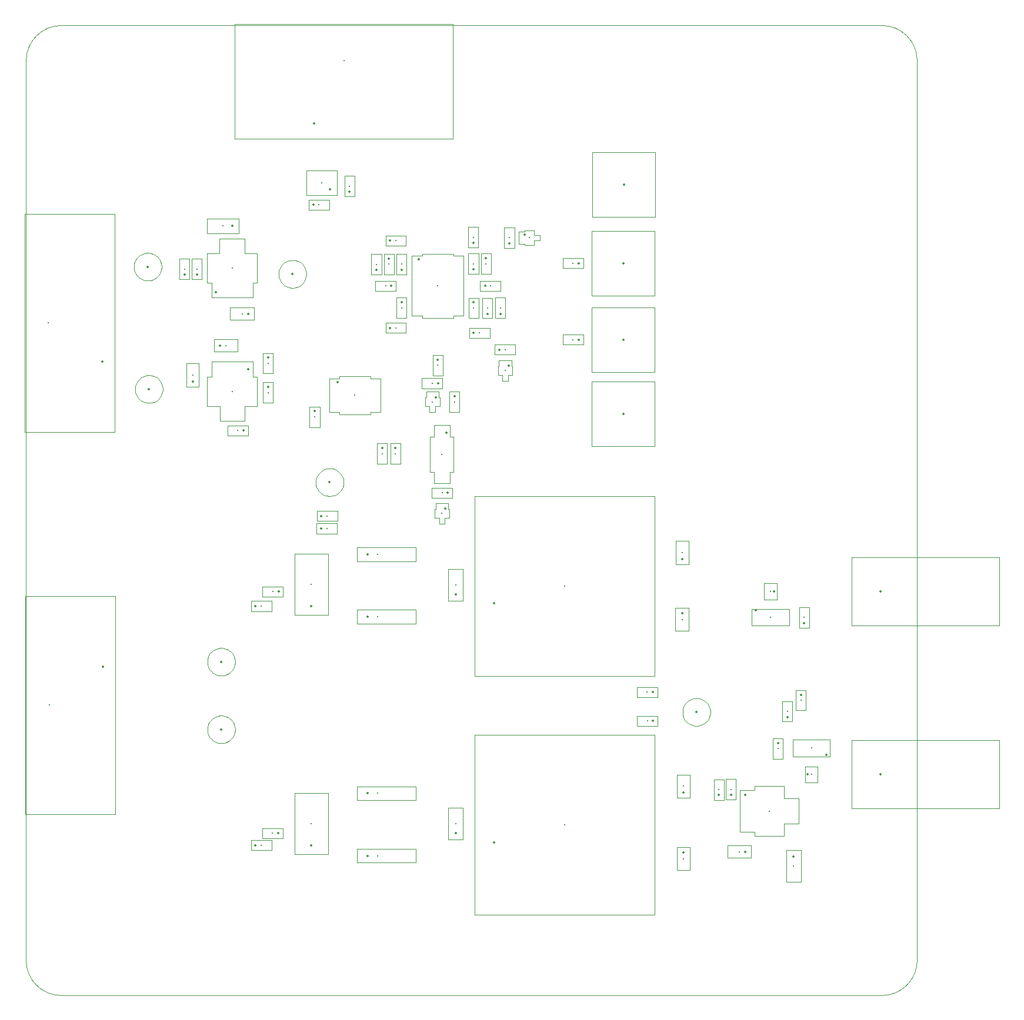
<source format=gbr>
%TF.GenerationSoftware,KiCad,Pcbnew,9.0.3*%
%TF.CreationDate,2025-09-17T10:52:19-04:00*%
%TF.ProjectId,4_COLD_TPC_SiPM_Pre_Amp,345f434f-4c44-45f5-9450-435f5369504d,rev?*%
%TF.SameCoordinates,Original*%
%TF.FileFunction,Component,L1,Top*%
%TF.FilePolarity,Positive*%
%FSLAX46Y46*%
G04 Gerber Fmt 4.6, Leading zero omitted, Abs format (unit mm)*
G04 Created by KiCad (PCBNEW 9.0.3) date 2025-09-17 10:52:19*
%MOMM*%
%LPD*%
G01*
G04 APERTURE LIST*
%TA.AperFunction,ComponentMain*%
%ADD10C,0.300000*%
%TD*%
%TA.AperFunction,ComponentOutline,Courtyard*%
%ADD11C,0.100000*%
%TD*%
%TA.AperFunction,ComponentPin*%
%ADD12P,0.360000X4X0.000000*%
%TD*%
%TA.AperFunction,ComponentPin*%
%ADD13C,0.100000*%
%TD*%
%TA.AperFunction,ComponentOutline,Footprint*%
%ADD14C,0.100000*%
%TD*%
%TA.AperFunction,Profile*%
%ADD15C,0.050000*%
%TD*%
G04 APERTURE END LIST*
D10*
%TO.C,C1*%
%TO.CFtp,C_0603_1608Metric*%
%TO.CVal,0.1uF*%
%TO.CLbN,Capacitor_SMD*%
%TO.CMnt,SMD*%
%TO.CRot,-90*%
X235240000Y-152390000D03*
D11*
X235965000Y-150915000D02*
X235965000Y-153865000D01*
X234515000Y-153865000D01*
X234515000Y-150915000D01*
X235965000Y-150915000D01*
D12*
%TO.P,C1,1*%
X235240000Y-151615000D03*
D13*
%TO.P,C1,2*%
X235240000Y-153165000D03*
%TD*%
D10*
%TO.C,C3*%
%TO.CFtp,CP_EIA-2012-12_Kemet-R*%
%TO.CVal,1uF*%
%TO.CLbN,Capacitor_Tantalum_SMD*%
%TO.CMnt,SMD*%
%TO.CRot,180*%
X229637500Y-167241400D03*
D11*
X231332500Y-166366400D02*
X231332500Y-168116400D01*
X227942500Y-168116400D01*
X227942500Y-166366400D01*
X231332500Y-166366400D01*
D12*
%TO.P,C3,1*%
X230525000Y-167241400D03*
D13*
%TO.P,C3,2*%
X228750000Y-167241400D03*
%TD*%
D10*
%TO.C,C4*%
%TO.CFtp,C_0603_1608Metric*%
%TO.CVal,0.1uF*%
%TO.CLbN,Capacitor_SMD*%
%TO.CMnt,SMD*%
%TO.CRot,90*%
X226730000Y-158311400D03*
D11*
X227455000Y-156836400D02*
X227455000Y-159786400D01*
X226005000Y-159786400D01*
X226005000Y-156836400D01*
X227455000Y-156836400D01*
D12*
%TO.P,C4,1*%
X226730000Y-159086400D03*
D13*
%TO.P,C4,2*%
X226730000Y-157536400D03*
%TD*%
D10*
%TO.C,C5*%
%TO.CFtp,CP_EIA-3216-18_Kemet-A*%
%TO.CVal,2.2uF*%
%TO.CLbN,Capacitor_Tantalum_SMD*%
%TO.CMnt,SMD*%
%TO.CRot,-90*%
X237480000Y-169300000D03*
D11*
X238525000Y-167005000D02*
X238525000Y-171595000D01*
X236435000Y-171595000D01*
X236435000Y-167005000D01*
X238525000Y-167005000D01*
D12*
%TO.P,C5,1*%
X237480000Y-167950000D03*
D13*
%TO.P,C5,2*%
X237480000Y-170650000D03*
%TD*%
D10*
%TO.C,C7*%
%TO.CFtp,CP_EIA-3216-12_Kemet-S*%
%TO.CVal,10uF*%
%TO.CLbN,Capacitor_Tantalum_SMD*%
%TO.CMnt,SMD*%
%TO.CRot,90*%
X188827500Y-163230000D03*
D11*
X189872500Y-160935000D02*
X189872500Y-165525000D01*
X187782500Y-165525000D01*
X187782500Y-160935000D01*
X189872500Y-160935000D01*
D12*
%TO.P,C7,1*%
X188827500Y-164580000D03*
D13*
%TO.P,C7,2*%
X188827500Y-161880000D03*
%TD*%
D10*
%TO.C,C12*%
%TO.CFtp,C_0603_1608Metric*%
%TO.CVal,0.1uF*%
%TO.CLbN,Capacitor_SMD*%
%TO.CMnt,SMD*%
%TO.CRot,180*%
X216408000Y-144272000D03*
D11*
X217883000Y-143547000D02*
X217883000Y-144997000D01*
X214933000Y-144997000D01*
X214933000Y-143547000D01*
X217883000Y-143547000D01*
D12*
%TO.P,C12,1*%
X217183000Y-144272000D03*
D13*
%TO.P,C12,2*%
X215633000Y-144272000D03*
%TD*%
D10*
%TO.C,C21*%
%TO.CFtp,C_0603_1608Metric*%
%TO.CVal,0.1uF*%
%TO.CLbN,Capacitor_SMD*%
%TO.CMnt,SMD*%
%TO.CRot,180*%
X216440000Y-148430000D03*
D11*
X217915000Y-147705000D02*
X217915000Y-149155000D01*
X214965000Y-149155000D01*
X214965000Y-147705000D01*
X217915000Y-147705000D01*
D12*
%TO.P,C21,1*%
X217215000Y-148430000D03*
D13*
%TO.P,C21,2*%
X215665000Y-148430000D03*
%TD*%
D10*
%TO.C,C26*%
%TO.CFtp,CP_EIA-3216-10_Kemet-I*%
%TO.CVal,2.2uF*%
%TO.CLbN,Capacitor_Tantalum_SMD*%
%TO.CMnt,SMD*%
%TO.CRot,180*%
X155337500Y-77115000D03*
D11*
X157632500Y-76070000D02*
X157632500Y-78160000D01*
X153042500Y-78160000D01*
X153042500Y-76070000D01*
X157632500Y-76070000D01*
D12*
%TO.P,C26,1*%
X156687500Y-77115000D03*
D13*
%TO.P,C26,2*%
X153987500Y-77115000D03*
%TD*%
D10*
%TO.C,C27*%
%TO.CFtp,C_0603_1608Metric*%
%TO.CVal,0.1uF*%
%TO.CLbN,Capacitor_SMD*%
%TO.CMnt,SMD*%
%TO.CRot,90*%
X173560000Y-71400000D03*
D11*
X174285000Y-69925000D02*
X174285000Y-72875000D01*
X172835000Y-72875000D01*
X172835000Y-69925000D01*
X174285000Y-69925000D01*
D12*
%TO.P,C27,1*%
X173560000Y-72175000D03*
D13*
%TO.P,C27,2*%
X173560000Y-70625000D03*
%TD*%
D10*
%TO.C,C28*%
%TO.CFtp,C_0603_1608Metric*%
%TO.CVal,0.1uF*%
%TO.CLbN,Capacitor_SMD*%
%TO.CMnt,SMD*%
%TO.CRot,180*%
X178739150Y-85760000D03*
D11*
X180214150Y-85035000D02*
X180214150Y-86485000D01*
X177264150Y-86485000D01*
X177264150Y-85035000D01*
X180214150Y-85035000D01*
D12*
%TO.P,C28,1*%
X179514150Y-85760000D03*
D13*
%TO.P,C28,2*%
X177964150Y-85760000D03*
%TD*%
D10*
%TO.C,C29*%
%TO.CFtp,C_0603_1608Metric*%
%TO.CVal,0.1uF*%
%TO.CLbN,Capacitor_SMD*%
%TO.CMnt,SMD*%
%TO.CRot,0*%
X193829150Y-85760000D03*
D11*
X195304150Y-85035000D02*
X195304150Y-86485000D01*
X192354150Y-86485000D01*
X192354150Y-85035000D01*
X195304150Y-85035000D01*
D12*
%TO.P,C29,1*%
X193054150Y-85760000D03*
D13*
%TO.P,C29,2*%
X194604150Y-85760000D03*
%TD*%
D10*
%TO.C,C30*%
%TO.CFtp,C_0603_1608Metric*%
%TO.CVal,0.1uF*%
%TO.CLbN,Capacitor_SMD*%
%TO.CMnt,SMD*%
%TO.CRot,90*%
X238990000Y-133530000D03*
D11*
X239715000Y-132055000D02*
X239715000Y-135005000D01*
X238265000Y-135005000D01*
X238265000Y-132055000D01*
X239715000Y-132055000D01*
D12*
%TO.P,C30,1*%
X238990000Y-134305000D03*
D13*
%TO.P,C30,2*%
X238990000Y-132755000D03*
%TD*%
D10*
%TO.C,C34*%
%TO.CFtp,CP_EIA-2012-12_Kemet-R*%
%TO.CVal,1uF*%
%TO.CLbN,Capacitor_Tantalum_SMD*%
%TO.CMnt,SMD*%
%TO.CRot,90*%
X150980000Y-98625000D03*
D11*
X151855000Y-96930000D02*
X151855000Y-100320000D01*
X150105000Y-100320000D01*
X150105000Y-96930000D01*
X151855000Y-96930000D01*
D12*
%TO.P,C34,1*%
X150980000Y-99512500D03*
D13*
%TO.P,C34,2*%
X150980000Y-97737500D03*
%TD*%
D10*
%TO.C,J4*%
%TO.CFtp,CONN_RF2-49B-T-00-50-G-HDW_ADM*%
%TO.CVal,RF2-49B-T-00-50-G-HDW*%
%TO.CLbN,Adam_Tech*%
%TO.CMnt,TH*%
%TO.CRot,-90*%
X250000000Y-156110000D03*
D11*
X267079432Y-151212800D02*
X267079432Y-161007200D01*
X245874569Y-161007200D01*
X245874569Y-151212800D01*
X267079432Y-151212800D01*
D12*
%TO.P,J4,1,SIGNAL*%
X250000000Y-156110000D03*
D13*
%TO.P,J4,5,GND*%
X252540000Y-158650000D03*
%TO.P,J4,4,GND*%
X247460000Y-158650000D03*
%TO.P,J4,3,GND*%
X247460000Y-153570000D03*
%TO.P,J4,2,GND*%
X252540000Y-153570000D03*
%TD*%
D10*
%TO.C,J5*%
%TO.CFtp,CONN_RF2-49B-T-00-50-G-HDW_ADM*%
%TO.CVal,RF2-49B-T-00-50-G-HDW*%
%TO.CLbN,Adam_Tech*%
%TO.CMnt,TH*%
%TO.CRot,-90*%
X250000000Y-129780000D03*
D11*
X267079432Y-124882800D02*
X267079432Y-134677200D01*
X245874569Y-134677200D01*
X245874569Y-124882800D01*
X267079432Y-124882800D01*
D12*
%TO.P,J5,1,SIGNAL*%
X250000000Y-129780000D03*
D13*
%TO.P,J5,5,GND*%
X252540000Y-132320000D03*
%TO.P,J5,4,GND*%
X247460000Y-132320000D03*
%TO.P,J5,3,GND*%
X247460000Y-127240000D03*
%TO.P,J5,2,GND*%
X252540000Y-127240000D03*
%TD*%
D10*
%TO.C,L1*%
%TO.CFtp,MLC7542-311MEC*%
%TO.CVal,1.5uH*%
%TO.CLbN,CoilCraft*%
%TO.CMnt,SMD*%
%TO.CRot,-90*%
X177617500Y-167830000D03*
D14*
X183117500Y-166830000D02*
X174617500Y-166830000D01*
X174617500Y-168830000D01*
X183117500Y-168830000D01*
X183117500Y-166830000D01*
D12*
%TO.P,L1,1,1*%
X176117500Y-167830000D03*
D13*
%TO.P,L1,2,2*%
X181617500Y-167830000D03*
%TD*%
D10*
%TO.C,L2*%
%TO.CFtp,MLC7542-311MEC*%
%TO.CVal,1.5uH*%
%TO.CLbN,CoilCraft*%
%TO.CMnt,SMD*%
%TO.CRot,-90*%
X177617500Y-158830000D03*
D14*
X183117500Y-157830000D02*
X174617500Y-157830000D01*
X174617500Y-159830000D01*
X183117500Y-159830000D01*
X183117500Y-157830000D01*
D12*
%TO.P,L2,1,1*%
X176117500Y-158830000D03*
D13*
%TO.P,L2,2,2*%
X181617500Y-158830000D03*
%TD*%
D10*
%TO.C,M2*%
%TO.CFtp,SSM_TOS*%
%TO.CVal,SSM3K15AFS_LF*%
%TO.CLbN,Toshiba_Semi*%
%TO.CMnt,SMD*%
%TO.CRot,180*%
X186860000Y-118540000D03*
D11*
X187759000Y-117035401D02*
X187759000Y-117891000D01*
X187909000Y-117891000D01*
X187909000Y-119189000D01*
X187259000Y-119189000D01*
X187259000Y-120044599D01*
X186461000Y-120044599D01*
X186461000Y-119189000D01*
X185811000Y-119189000D01*
X185811000Y-117891000D01*
X185961000Y-117891000D01*
X185961000Y-117035401D01*
X187759000Y-117035401D01*
D12*
%TO.P,M2,1,1*%
X187359999Y-117865000D03*
D13*
%TO.P,M2,3,3*%
X186860000Y-119215000D03*
%TO.P,M2,2,2*%
X186360001Y-117865000D03*
%TD*%
D10*
%TO.C,P1*%
%TO.CFtp,conn1_1-1123824-1_TEC*%
%TO.CVal,1-1123824-1*%
%TO.CLbN,TE_Connectivity*%
%TO.CMnt,TH*%
%TO.CRot,90*%
X212960000Y-93500000D03*
D11*
X217484000Y-88851001D02*
X217484000Y-98148999D01*
X208436000Y-98148999D01*
X208436000Y-88851001D01*
X217484000Y-88851001D01*
D12*
%TO.P,P1,1,1*%
X212960000Y-93500000D03*
D13*
%TO.P,P1,*%
X213720000Y-89850000D03*
X213720000Y-97170000D03*
%TD*%
D10*
%TO.C,P2*%
%TO.CFtp,conn1_1-1123824-1_TEC*%
%TO.CVal,1-1123824-1*%
%TO.CLbN,TE_Connectivity*%
%TO.CMnt,TH*%
%TO.CRot,90*%
X212960000Y-104170000D03*
D11*
X217484000Y-99521001D02*
X217484000Y-108818999D01*
X208436000Y-108818999D01*
X208436000Y-99521001D01*
X217484000Y-99521001D01*
D12*
%TO.P,P2,1,1*%
X212960000Y-104170000D03*
D13*
%TO.P,P2,*%
X213720000Y-100520000D03*
X213720000Y-107840000D03*
%TD*%
D10*
%TO.C,P3*%
%TO.CFtp,conn1_1-1123824-1_TEC*%
%TO.CVal,1-1123824-1*%
%TO.CLbN,TE_Connectivity*%
%TO.CMnt,TH*%
%TO.CRot,90*%
X212970000Y-82510000D03*
D11*
X217494000Y-77861001D02*
X217494000Y-87158999D01*
X208446000Y-87158999D01*
X208446000Y-77861001D01*
X217494000Y-77861001D01*
D12*
%TO.P,P3,1,1*%
X212970000Y-82510000D03*
D13*
%TO.P,P3,*%
X213730000Y-78860000D03*
X213730000Y-86180000D03*
%TD*%
D10*
%TO.C,P4*%
%TO.CFtp,conn1_1-1123824-1_TEC*%
%TO.CVal,1-1123824-1*%
%TO.CLbN,TE_Connectivity*%
%TO.CMnt,TH*%
%TO.CRot,90*%
X213060000Y-71180000D03*
D11*
X217584000Y-66531001D02*
X217584000Y-75828999D01*
X208536000Y-75828999D01*
X208536000Y-66531001D01*
X217584000Y-66531001D01*
D12*
%TO.P,P4,1,1*%
X213060000Y-71180000D03*
D13*
%TO.P,P4,*%
X213820000Y-67530000D03*
X213820000Y-74850000D03*
%TD*%
D10*
%TO.C,R3*%
%TO.CFtp,R_0603_1608Metric*%
%TO.CVal,250k*%
%TO.CLbN,Resistor_SMD*%
%TO.CMnt,SMD*%
%TO.CRot,90*%
X228470000Y-158261400D03*
D11*
X229195000Y-156786400D02*
X229195000Y-159736400D01*
X227745000Y-159736400D01*
X227745000Y-156786400D01*
X229195000Y-156786400D01*
D12*
%TO.P,R3,1*%
X228470000Y-159086400D03*
D13*
%TO.P,R3,2*%
X228470000Y-157436400D03*
%TD*%
D10*
%TO.C,R8*%
%TO.CFtp,R_0603_1608Metric*%
%TO.CVal,10k*%
%TO.CLbN,Resistor_SMD*%
%TO.CMnt,SMD*%
%TO.CRot,0*%
X170300000Y-120700000D03*
D11*
X171775000Y-119975000D02*
X171775000Y-121425000D01*
X168825000Y-121425000D01*
X168825000Y-119975000D01*
X171775000Y-119975000D01*
D12*
%TO.P,R8,1*%
X169475000Y-120700000D03*
D13*
%TO.P,R8,2*%
X171125000Y-120700000D03*
%TD*%
D10*
%TO.C,R14*%
%TO.CFtp,R_0603_1608Metric*%
%TO.CVal,120*%
%TO.CLbN,Resistor_SMD*%
%TO.CMnt,SMD*%
%TO.CRot,-90*%
X161820000Y-101125000D03*
D11*
X162545000Y-99650000D02*
X162545000Y-102600000D01*
X161095000Y-102600000D01*
X161095000Y-99650000D01*
X162545000Y-99650000D01*
D12*
%TO.P,R14,1*%
X161820000Y-100300000D03*
D13*
%TO.P,R14,2*%
X161820000Y-101950000D03*
%TD*%
D10*
%TO.C,R15*%
%TO.CFtp,R_0603_1608Metric*%
%TO.CVal,120*%
%TO.CLbN,Resistor_SMD*%
%TO.CMnt,SMD*%
%TO.CRot,180*%
X157470000Y-106580000D03*
D11*
X158945000Y-105855000D02*
X158945000Y-107305000D01*
X155995000Y-107305000D01*
X155995000Y-105855000D01*
X158945000Y-105855000D01*
D12*
%TO.P,R15,1*%
X158295000Y-106580000D03*
D13*
%TO.P,R15,2*%
X156645000Y-106580000D03*
%TD*%
D10*
%TO.C,R26*%
%TO.CFtp,R_0603_1608Metric*%
%TO.CVal,10k*%
%TO.CLbN,Resistor_SMD*%
%TO.CMnt,SMD*%
%TO.CRot,90*%
X193394150Y-88950000D03*
D11*
X194119150Y-87475000D02*
X194119150Y-90425000D01*
X192669150Y-90425000D01*
X192669150Y-87475000D01*
X194119150Y-87475000D01*
D12*
%TO.P,R26,1*%
X193394150Y-89775000D03*
D13*
%TO.P,R26,2*%
X193394150Y-88125000D03*
%TD*%
D10*
%TO.C,R27*%
%TO.CFtp,R_0603_1608Metric*%
%TO.CVal,20k*%
%TO.CLbN,Resistor_SMD*%
%TO.CMnt,SMD*%
%TO.CRot,-90*%
X179214150Y-82625000D03*
D11*
X179939150Y-81150000D02*
X179939150Y-84100000D01*
X178489150Y-84100000D01*
X178489150Y-81150000D01*
X179939150Y-81150000D01*
D12*
%TO.P,R27,1*%
X179214150Y-81800000D03*
D13*
%TO.P,R27,2*%
X179214150Y-83450000D03*
%TD*%
D10*
%TO.C,R37*%
%TO.CFtp,R_0805_2012Metric*%
%TO.CVal,R*%
%TO.CLbN,Resistor_SMD*%
%TO.CMnt,SMD*%
%TO.CRot,-90*%
X221607500Y-168250000D03*
D11*
X222552500Y-166575000D02*
X222552500Y-169925000D01*
X220662500Y-169925000D01*
X220662500Y-166575000D01*
X222552500Y-166575000D01*
D12*
%TO.P,R37,1*%
X221607500Y-167337500D03*
D13*
%TO.P,R37,2*%
X221607500Y-169162500D03*
%TD*%
D10*
%TO.C,R39*%
%TO.CFtp,R_0805_2012Metric*%
%TO.CVal,R*%
%TO.CLbN,Resistor_SMD*%
%TO.CMnt,SMD*%
%TO.CRot,90*%
X221607500Y-157820000D03*
D11*
X222552500Y-156145000D02*
X222552500Y-159495000D01*
X220662500Y-159495000D01*
X220662500Y-156145000D01*
X222552500Y-156145000D01*
D12*
%TO.P,R39,1*%
X221607500Y-158732500D03*
D13*
%TO.P,R39,2*%
X221607500Y-156907500D03*
%TD*%
D10*
%TO.C,R45*%
%TO.CFtp,RES_FCSL20_OHM-L*%
%TO.CVal,FCSL20R010FER*%
%TO.CLbN,Foil_Resistors*%
%TO.CMnt,SMD*%
%TO.CRot,0*%
X240040000Y-156130000D03*
D11*
X240962100Y-154953900D02*
X240962100Y-157306100D01*
X239117900Y-157306100D01*
X239117900Y-154953900D01*
X240962100Y-154953900D01*
D12*
%TO.P,R45,1*%
X239506600Y-156130000D03*
D13*
%TO.P,R45,2*%
X240573400Y-156130000D03*
%TD*%
D10*
%TO.C,R46*%
%TO.CFtp,RES_FCSL20_OHM-L*%
%TO.CVal,FCSL20R010FER*%
%TO.CLbN,Foil_Resistors*%
%TO.CMnt,SMD*%
%TO.CRot,180*%
X234160000Y-129770000D03*
D11*
X235082100Y-128593900D02*
X235082100Y-130946100D01*
X233237900Y-130946100D01*
X233237900Y-128593900D01*
X235082100Y-128593900D01*
D12*
%TO.P,R46,1*%
X234693400Y-129770000D03*
D13*
%TO.P,R46,2*%
X233626600Y-129770000D03*
%TD*%
D10*
%TO.C,U1*%
%TO.CFtp,SOT-3_ST_LIT*%
%TO.CVal,LT3080EST-PBF*%
%TO.CLbN,Analog_Devices*%
%TO.CMnt,SMD*%
%TO.CRot,0*%
X156660000Y-83175000D03*
D11*
X158483800Y-78925500D02*
X158483800Y-81071800D01*
X160261800Y-81071800D01*
X160261800Y-85278200D01*
X159639500Y-85278200D01*
X159639500Y-87424500D01*
X153680500Y-87424500D01*
X153680500Y-85278200D01*
X153058200Y-85278200D01*
X153058200Y-81071800D01*
X154836200Y-81071800D01*
X154836200Y-78925500D01*
X158483800Y-78925500D01*
D12*
%TO.P,U1,1,SET*%
X154348600Y-86667500D03*
D13*
%TO.P,U1,4,TAB*%
X156660000Y-79675000D03*
%TO.P,U1,3,IN*%
X158971400Y-86667500D03*
%TO.P,U1,2,OUT*%
X156660000Y-86667500D03*
%TD*%
D10*
%TO.C,U2*%
%TO.CFtp,SOT-3_ST_LIT*%
%TO.CVal,LT3080EST-PBF*%
%TO.CLbN,Analog_Devices*%
%TO.CMnt,SMD*%
%TO.CRot,-90*%
X234000000Y-161401400D03*
D11*
X236103200Y-157799600D02*
X236103200Y-159577600D01*
X238249500Y-159577600D01*
X238249500Y-163225200D01*
X236103200Y-163225200D01*
X236103200Y-165003200D01*
X231896800Y-165003200D01*
X231896800Y-164380900D01*
X229750500Y-164380900D01*
X229750500Y-158421900D01*
X231896800Y-158421900D01*
X231896800Y-157799600D01*
X236103200Y-157799600D01*
D12*
%TO.P,U2,1,SET*%
X230507500Y-159090000D03*
D13*
%TO.P,U2,4,TAB*%
X237500000Y-161401400D03*
%TO.P,U2,3,IN*%
X230507500Y-163712800D03*
%TO.P,U2,2,OUT*%
X230507500Y-161401400D03*
%TD*%
D10*
%TO.C,U3*%
%TO.CFtp,CONV_PDQ10-Q24-S3-D*%
%TO.CVal,PDQ10-Q24-S3-D*%
%TO.CLbN,CUI*%
%TO.CMnt,TH*%
%TO.CRot,90*%
X204537500Y-163390000D03*
D11*
X217482500Y-150445000D02*
X217482500Y-176335000D01*
X191592500Y-176335000D01*
X191592500Y-150445000D01*
X217482500Y-150445000D01*
D12*
%TO.P,U3,1,+VIN*%
X194387500Y-165890000D03*
D13*
%TO.P,U3,6,REMOTE*%
X194387500Y-153190000D03*
%TO.P,U3,5,-VOUT*%
X214687500Y-153190000D03*
%TO.P,U3,4,TRIM*%
X214687500Y-163390000D03*
%TO.P,U3,3,+VOUT*%
X214687500Y-173590000D03*
%TO.P,U3,2,-VIN*%
X194387500Y-160790000D03*
%TD*%
D10*
%TO.C,U5*%
%TO.CFtp,DBV5*%
%TO.CVal,SN65LVDS2DBVR*%
%TO.CLbN,Texas_Instruments*%
%TO.CMnt,SMD*%
%TO.CRot,180*%
X169540000Y-70900000D03*
D11*
X171719400Y-69127000D02*
X171719400Y-72673000D01*
X167360600Y-72673000D01*
X167360600Y-69127000D01*
X171719400Y-69127000D01*
D12*
%TO.P,U5,1,VCC*%
X170733800Y-71850001D03*
D13*
%TO.P,U5,5,R*%
X168346200Y-71850001D03*
%TO.P,U5,4,B*%
X168346200Y-69949999D03*
%TO.P,U5,3,A*%
X170733800Y-69949999D03*
%TO.P,U5,2,GND*%
X170733800Y-70900000D03*
%TD*%
D10*
%TO.C,U6*%
%TO.CFtp,LM337IMPX*%
%TO.CVal,LM337IMPX/NOPB*%
%TO.CLbN,Texas_Instruments*%
%TO.CMnt,SMD*%
%TO.CRot,-90*%
X156660000Y-100955000D03*
D11*
X159628100Y-96680100D02*
X159628100Y-98851800D01*
X160261800Y-98851800D01*
X160261800Y-103058200D01*
X158433000Y-103058200D01*
X158433000Y-105229900D01*
X154887000Y-105229900D01*
X154887000Y-103058200D01*
X153058200Y-103058200D01*
X153058200Y-98851800D01*
X153691900Y-98851800D01*
X153691900Y-96680100D01*
X159628100Y-96680100D01*
D12*
%TO.P,U6,1,ADJ*%
X158960000Y-97754600D03*
D13*
%TO.P,U6,4,TAB*%
X156660000Y-104155400D03*
%TO.P,U6,3,OUT*%
X154360000Y-97754600D03*
%TO.P,U6,2,IN*%
X156660000Y-97754600D03*
%TD*%
D10*
%TO.C,U7*%
%TO.CFtp,SO-14_S_LIT*%
%TO.CVal,LTC2052HVCS*%
%TO.CLbN,Analog_Devices*%
%TO.CMnt,SMD*%
%TO.CRot,0*%
X186250000Y-85760000D03*
D11*
X188492900Y-81142200D02*
X188492900Y-81434300D01*
X189953400Y-81434300D01*
X189953400Y-90085700D01*
X188492900Y-90085700D01*
X188492900Y-90377800D01*
X184007100Y-90377800D01*
X184007100Y-90085700D01*
X182546600Y-90085700D01*
X182546600Y-81434300D01*
X184007100Y-81434300D01*
X184007100Y-81142200D01*
X188492900Y-81142200D01*
D12*
%TO.P,U7,1,A_Out*%
X183525850Y-81950000D03*
D13*
%TO.P,U7,14,D_OUT*%
X188974150Y-81950000D03*
%TO.P,U7,13,-IND*%
X188974150Y-83220000D03*
%TO.P,U7,12,+IND*%
X188974150Y-84490000D03*
%TO.P,U7,11,VSS*%
X188974150Y-85760000D03*
%TO.P,U7,10,+INC*%
X188974150Y-87030000D03*
%TO.P,U7,9,-INC*%
X188974150Y-88300000D03*
%TO.P,U7,8,C_OUT*%
X188974150Y-89570000D03*
%TO.P,U7,7,B_OUT*%
X183525850Y-89570000D03*
%TO.P,U7,6,-INB*%
X183525850Y-88300000D03*
%TO.P,U7,5,+INB*%
X183525850Y-87030000D03*
%TO.P,U7,4,VCC*%
X183525850Y-85760000D03*
%TO.P,U7,3,+INA*%
X183525850Y-84490000D03*
%TO.P,U7,2,-INA*%
X183525850Y-83220000D03*
%TD*%
D10*
%TO.C,U9*%
%TO.CFtp,INA28x_VSSOP*%
%TO.CVal,INA286*%
%TO.CLbN,Texas Instruments*%
%TO.CMnt,SMD*%
%TO.CRot,0*%
X234170000Y-133470000D03*
D14*
X231470000Y-132270001D02*
X231470000Y-134670002D01*
X236870000Y-134670002D01*
X236870000Y-132270001D01*
X231470000Y-132270001D01*
D12*
%TO.P,U9,1,-IN*%
X232045000Y-132495001D03*
D13*
%TO.P,U9,8,+IN*%
X236295000Y-132495001D03*
%TO.P,U9,7,REF1*%
X236295000Y-133145002D03*
%TO.P,U9,6,V+*%
X236295000Y-133795001D03*
%TO.P,U9,5,OUT*%
X236295000Y-134445002D03*
%TO.P,U9,4,4*%
X232045000Y-134445002D03*
%TO.P,U9,3,REF2*%
X232045000Y-133795001D03*
%TO.P,U9,2,GND*%
X232045000Y-133145002D03*
%TD*%
D10*
%TO.C,U10*%
%TO.CFtp,INA28x_VSSOP*%
%TO.CVal,INA286*%
%TO.CLbN,Texas Instruments*%
%TO.CMnt,SMD*%
%TO.CRot,180*%
X240040000Y-152320000D03*
D14*
X242740000Y-153519999D02*
X242740000Y-151119998D01*
X237340000Y-151119998D01*
X237340000Y-153519999D01*
X242740000Y-153519999D01*
D12*
%TO.P,U10,1,-IN*%
X242165000Y-153294999D03*
D13*
%TO.P,U10,8,+IN*%
X237915000Y-153294999D03*
%TO.P,U10,7,REF1*%
X237915000Y-152644998D03*
%TO.P,U10,6,V+*%
X237915000Y-151994999D03*
%TO.P,U10,5,OUT*%
X237915000Y-151344998D03*
%TO.P,U10,4,4*%
X242165000Y-151344998D03*
%TO.P,U10,3,REF2*%
X242165000Y-151994999D03*
%TO.P,U10,2,GND*%
X242165000Y-152644998D03*
%TD*%
D10*
%TO.C,V_{EN}1*%
%TO.CFtp,TestPoint_Keystone_5005-5009_Compact*%
%TO.CVal,TestPoint*%
%TO.CLbN,TestPoint*%
%TO.CMnt,TH*%
%TO.CRot,0*%
X170690000Y-114050000D03*
D11*
X170832504Y-112057548D02*
X171114610Y-112098108D01*
X171388068Y-112178403D01*
X171647320Y-112296799D01*
X171887080Y-112450884D01*
X172102475Y-112637524D01*
X172289115Y-112852919D01*
X172443200Y-113092679D01*
X172561596Y-113351931D01*
X172641891Y-113625389D01*
X172682458Y-113907542D01*
X172684999Y-114050000D01*
X172682458Y-114192457D01*
X172641891Y-114474610D01*
X172561596Y-114748068D01*
X172443200Y-115007320D01*
X172289115Y-115247080D01*
X172102475Y-115462475D01*
X171887080Y-115649115D01*
X171647320Y-115803200D01*
X171388068Y-115921596D01*
X171114610Y-116001891D01*
X170832504Y-116042452D01*
X170547496Y-116042452D01*
X170265389Y-116001891D01*
X169991931Y-115921596D01*
X169732679Y-115803200D01*
X169492919Y-115649115D01*
X169277524Y-115462475D01*
X169090884Y-115247080D01*
X168936799Y-115007320D01*
X168818403Y-114748068D01*
X168738108Y-114474610D01*
X168697548Y-114192503D01*
X168697548Y-113907496D01*
X168738108Y-113625389D01*
X168818403Y-113351931D01*
X168936799Y-113092679D01*
X169090884Y-112852919D01*
X169277524Y-112637524D01*
X169492919Y-112450884D01*
X169732679Y-112296799D01*
X169991931Y-112178403D01*
X170265389Y-112098108D01*
X170547496Y-112057548D01*
X170832504Y-112057548D01*
D12*
%TO.P,V_{EN}1,1,1*%
X170690000Y-114050000D03*
%TD*%
D10*
%TO.C,V_{OUT_RTN}1*%
%TO.CFtp,TestPoint_Keystone_5005-5009_Compact*%
%TO.CVal,TestPoint*%
%TO.CLbN,TestPoint*%
%TO.CMnt,TH*%
%TO.CRot,0*%
X223490000Y-147150000D03*
D11*
X223632504Y-145157548D02*
X223914610Y-145198108D01*
X224188068Y-145278403D01*
X224447320Y-145396799D01*
X224687080Y-145550884D01*
X224902475Y-145737524D01*
X225089115Y-145952919D01*
X225243200Y-146192679D01*
X225361596Y-146451931D01*
X225441891Y-146725389D01*
X225482458Y-147007542D01*
X225484999Y-147150000D01*
X225482458Y-147292457D01*
X225441891Y-147574610D01*
X225361596Y-147848068D01*
X225243200Y-148107320D01*
X225089115Y-148347080D01*
X224902475Y-148562475D01*
X224687080Y-148749115D01*
X224447320Y-148903200D01*
X224188068Y-149021596D01*
X223914610Y-149101891D01*
X223632504Y-149142452D01*
X223347496Y-149142452D01*
X223065389Y-149101891D01*
X222791931Y-149021596D01*
X222532679Y-148903200D01*
X222292919Y-148749115D01*
X222077524Y-148562475D01*
X221890884Y-148347080D01*
X221736799Y-148107320D01*
X221618403Y-147848068D01*
X221538108Y-147574610D01*
X221497548Y-147292503D01*
X221497548Y-147007496D01*
X221538108Y-146725389D01*
X221618403Y-146451931D01*
X221736799Y-146192679D01*
X221890884Y-145952919D01*
X222077524Y-145737524D01*
X222292919Y-145550884D01*
X222532679Y-145396799D01*
X222791931Y-145278403D01*
X223065389Y-145198108D01*
X223347496Y-145157548D01*
X223632504Y-145157548D01*
D12*
%TO.P,V_{OUT_RTN}1,1,1*%
X223490000Y-147150000D03*
%TD*%
D10*
%TO.C,R31*%
%TO.CFtp,R_0603_1608Metric*%
%TO.CVal,49.9*%
%TO.CLbN,Resistor_SMD*%
%TO.CMnt,SMD*%
%TO.CRot,90*%
X191388900Y-78770000D03*
D11*
X192113900Y-77295000D02*
X192113900Y-80245000D01*
X190663900Y-80245000D01*
X190663900Y-77295000D01*
X192113900Y-77295000D01*
D12*
%TO.P,R31,1*%
X191388900Y-79595000D03*
D13*
%TO.P,R31,2*%
X191388900Y-77945000D03*
%TD*%
D10*
%TO.C,+12V_RTN1*%
%TO.CFtp,TestPoint_Keystone_5005-5009_Compact*%
%TO.CVal,TestPoint*%
%TO.CLbN,TestPoint*%
%TO.CMnt,TH*%
%TO.CRot,0*%
X155090000Y-149640000D03*
D11*
X155232504Y-147647548D02*
X155514610Y-147688108D01*
X155788068Y-147768403D01*
X156047320Y-147886799D01*
X156287080Y-148040884D01*
X156502475Y-148227524D01*
X156689115Y-148442919D01*
X156843200Y-148682679D01*
X156961596Y-148941931D01*
X157041891Y-149215389D01*
X157082458Y-149497542D01*
X157084999Y-149640000D01*
X157082458Y-149782457D01*
X157041891Y-150064610D01*
X156961596Y-150338068D01*
X156843200Y-150597320D01*
X156689115Y-150837080D01*
X156502475Y-151052475D01*
X156287080Y-151239115D01*
X156047320Y-151393200D01*
X155788068Y-151511596D01*
X155514610Y-151591891D01*
X155232504Y-151632452D01*
X154947496Y-151632452D01*
X154665389Y-151591891D01*
X154391931Y-151511596D01*
X154132679Y-151393200D01*
X153892919Y-151239115D01*
X153677524Y-151052475D01*
X153490884Y-150837080D01*
X153336799Y-150597320D01*
X153218403Y-150338068D01*
X153138108Y-150064610D01*
X153097548Y-149782503D01*
X153097548Y-149497496D01*
X153138108Y-149215389D01*
X153218403Y-148941931D01*
X153336799Y-148682679D01*
X153490884Y-148442919D01*
X153677524Y-148227524D01*
X153892919Y-148040884D01*
X154132679Y-147886799D01*
X154391931Y-147768403D01*
X154665389Y-147688108D01*
X154947496Y-147647548D01*
X155232504Y-147647548D01*
D12*
%TO.P,+12V_RTN1,1,1*%
X155090000Y-149640000D03*
%TD*%
D10*
%TO.C,C25*%
%TO.CFtp,C_0603_1608Metric*%
%TO.CVal,0.1uF*%
%TO.CLbN,Capacitor_SMD*%
%TO.CMnt,SMD*%
%TO.CRot,90*%
X149800000Y-83325000D03*
D11*
X150525000Y-81850000D02*
X150525000Y-84800000D01*
X149075000Y-84800000D01*
X149075000Y-81850000D01*
X150525000Y-81850000D01*
D12*
%TO.P,C25,1*%
X149800000Y-84100000D03*
D13*
%TO.P,C25,2*%
X149800000Y-82550000D03*
%TD*%
D10*
%TO.C,R6*%
%TO.CFtp,R_0603_1608Metric*%
%TO.CVal,180*%
%TO.CLbN,Resistor_SMD*%
%TO.CMnt,SMD*%
%TO.CRot,-90*%
X188650000Y-102480000D03*
D11*
X189375000Y-101005000D02*
X189375000Y-103955000D01*
X187925000Y-103955000D01*
X187925000Y-101005000D01*
X189375000Y-101005000D01*
D12*
%TO.P,R6,1*%
X188650000Y-101655000D03*
D13*
%TO.P,R6,2*%
X188650000Y-103305000D03*
%TD*%
D10*
%TO.C,R10*%
%TO.CFtp,R_0603_1608Metric*%
%TO.CVal,330k*%
%TO.CLbN,Resistor_SMD*%
%TO.CMnt,SMD*%
%TO.CRot,90*%
X151560000Y-83335000D03*
D11*
X152285000Y-81860000D02*
X152285000Y-84810000D01*
X150835000Y-84810000D01*
X150835000Y-81860000D01*
X152285000Y-81860000D01*
D12*
%TO.P,R10,1*%
X151560000Y-84160000D03*
D13*
%TO.P,R10,2*%
X151560000Y-82510000D03*
%TD*%
D10*
%TO.C,R11*%
%TO.CFtp,R_0603_1608Metric*%
%TO.CVal,49.9*%
%TO.CLbN,Resistor_SMD*%
%TO.CMnt,SMD*%
%TO.CRot,0*%
X169160000Y-74090000D03*
D11*
X170635000Y-73365000D02*
X170635000Y-74815000D01*
X167685000Y-74815000D01*
X167685000Y-73365000D01*
X170635000Y-73365000D01*
D12*
%TO.P,R11,1*%
X168335000Y-74090000D03*
D13*
%TO.P,R11,2*%
X169985000Y-74090000D03*
%TD*%
D10*
%TO.C,R32*%
%TO.CFtp,R_0603_1608Metric*%
%TO.CVal,100k*%
%TO.CLbN,Resistor_SMD*%
%TO.CMnt,SMD*%
%TO.CRot,90*%
X196564150Y-78800000D03*
D11*
X197289150Y-77325000D02*
X197289150Y-80275000D01*
X195839150Y-80275000D01*
X195839150Y-77325000D01*
X197289150Y-77325000D01*
D12*
%TO.P,R32,1*%
X196564150Y-79625000D03*
D13*
%TO.P,R32,2*%
X196564150Y-77975000D03*
%TD*%
D10*
%TO.C,R19*%
%TO.CFtp,R_0603_1608Metric*%
%TO.CVal,10k*%
%TO.CLbN,Resistor_SMD*%
%TO.CMnt,SMD*%
%TO.CRot,90*%
X181054150Y-82625000D03*
D11*
X181779150Y-81150000D02*
X181779150Y-84100000D01*
X180329150Y-84100000D01*
X180329150Y-81150000D01*
X181779150Y-81150000D01*
D12*
%TO.P,R19,1*%
X181054150Y-83450000D03*
D13*
%TO.P,R19,2*%
X181054150Y-81800000D03*
%TD*%
D10*
%TO.C,R20*%
%TO.CFtp,R_0603_1608Metric*%
%TO.CVal,24.9*%
%TO.CLbN,Resistor_SMD*%
%TO.CMnt,SMD*%
%TO.CRot,90*%
X177424150Y-82650000D03*
D11*
X178149150Y-81175000D02*
X178149150Y-84125000D01*
X176699150Y-84125000D01*
X176699150Y-81175000D01*
X178149150Y-81175000D01*
D12*
%TO.P,R20,1*%
X177424150Y-83475000D03*
D13*
%TO.P,R20,2*%
X177424150Y-81825000D03*
%TD*%
D10*
%TO.C,R34*%
%TO.CFtp,R_0603_1608Metric*%
%TO.CVal,49.9*%
%TO.CLbN,Resistor_SMD*%
%TO.CMnt,SMD*%
%TO.CRot,90*%
X195264150Y-88940000D03*
D11*
X195989150Y-87465000D02*
X195989150Y-90415000D01*
X194539150Y-90415000D01*
X194539150Y-87465000D01*
X195989150Y-87465000D01*
D12*
%TO.P,R34,1*%
X195264150Y-89765000D03*
D13*
%TO.P,R34,2*%
X195264150Y-88115000D03*
%TD*%
D10*
%TO.C,C24*%
%TO.CFtp,CP_EIA-2012-12_Kemet-R*%
%TO.CVal,1uF*%
%TO.CLbN,Capacitor_Tantalum_SMD*%
%TO.CMnt,SMD*%
%TO.CRot,180*%
X158080000Y-89765000D03*
D11*
X159775000Y-88890000D02*
X159775000Y-90640000D01*
X156385000Y-90640000D01*
X156385000Y-88890000D01*
X159775000Y-88890000D01*
D12*
%TO.P,C24,1*%
X158967500Y-89765000D03*
D13*
%TO.P,C24,2*%
X157192500Y-89765000D03*
%TD*%
D10*
%TO.C,R9*%
%TO.CFtp,R_0603_1608Metric*%
%TO.CVal,5k*%
%TO.CLbN,Resistor_SMD*%
%TO.CMnt,SMD*%
%TO.CRot,180*%
X186870000Y-115560000D03*
D11*
X188345000Y-114835000D02*
X188345000Y-116285000D01*
X185395000Y-116285000D01*
X185395000Y-114835000D01*
X188345000Y-114835000D01*
D12*
%TO.P,R9,1*%
X187695000Y-115560000D03*
D13*
%TO.P,R9,2*%
X186045000Y-115560000D03*
%TD*%
D10*
%TO.C,R22*%
%TO.CFtp,R_0603_1608Metric*%
%TO.CVal,10k*%
%TO.CLbN,Resistor_SMD*%
%TO.CMnt,SMD*%
%TO.CRot,-90*%
X181059150Y-88944800D03*
D11*
X181784150Y-87469800D02*
X181784150Y-90419800D01*
X180334150Y-90419800D01*
X180334150Y-87469800D01*
X181784150Y-87469800D01*
D12*
%TO.P,R22,1*%
X181059150Y-88119800D03*
D13*
%TO.P,R22,2*%
X181059150Y-89769800D03*
%TD*%
D10*
%TO.C,R21*%
%TO.CFtp,R_0603_1608Metric*%
%TO.CVal,49.9*%
%TO.CLbN,Resistor_SMD*%
%TO.CMnt,SMD*%
%TO.CRot,0*%
X180224150Y-79230000D03*
D11*
X181699150Y-78505000D02*
X181699150Y-79955000D01*
X178749150Y-79955000D01*
X178749150Y-78505000D01*
X181699150Y-78505000D01*
D12*
%TO.P,R21,1*%
X179399150Y-79230000D03*
D13*
%TO.P,R21,2*%
X181049150Y-79230000D03*
%TD*%
D10*
%TO.C,C32*%
%TO.CFtp,CP_EIA-2012-12_Kemet-R*%
%TO.CVal,1uF*%
%TO.CLbN,Capacitor_Tantalum_SMD*%
%TO.CMnt,SMD*%
%TO.CRot,0*%
X155780000Y-94345000D03*
D11*
X157475000Y-93470000D02*
X157475000Y-95220000D01*
X154085000Y-95220000D01*
X154085000Y-93470000D01*
X157475000Y-93470000D01*
D12*
%TO.P,C32,1*%
X154892500Y-94345000D03*
D13*
%TO.P,C32,2*%
X156667500Y-94345000D03*
%TD*%
D10*
%TO.C,R5*%
%TO.CFtp,R_0603_1608Metric*%
%TO.CVal,1k*%
%TO.CLbN,Resistor_SMD*%
%TO.CMnt,SMD*%
%TO.CRot,180*%
X185450000Y-99790000D03*
D11*
X186925000Y-99065000D02*
X186925000Y-100515000D01*
X183975000Y-100515000D01*
X183975000Y-99065000D01*
X186925000Y-99065000D01*
D12*
%TO.P,R5,1*%
X186275000Y-99790000D03*
D13*
%TO.P,R5,2*%
X184625000Y-99790000D03*
%TD*%
D10*
%TO.C,M6*%
%TO.CFtp,SSM_TOS*%
%TO.CVal,SSM3K15AFS_LF*%
%TO.CLbN,Toshiba_Semi*%
%TO.CMnt,SMD*%
%TO.CRot,-90*%
X199449150Y-78830001D03*
D11*
X200098150Y-77781001D02*
X200098150Y-78431001D01*
X200953749Y-78431001D01*
X200953749Y-79229001D01*
X200098150Y-79229001D01*
X200098150Y-79879001D01*
X198800150Y-79879001D01*
X198800150Y-79729001D01*
X197944551Y-79729001D01*
X197944551Y-77931001D01*
X198800150Y-77931001D01*
X198800150Y-77781001D01*
X200098150Y-77781001D01*
D12*
%TO.P,M6,1,1*%
X198774150Y-78330002D03*
D13*
%TO.P,M6,2,2*%
X198774150Y-79330000D03*
%TO.P,M6,3,3*%
X200124150Y-78830001D03*
%TD*%
D10*
%TO.C,R24*%
%TO.CFtp,R_0603_1608Metric*%
%TO.CVal,8k*%
%TO.CLbN,Resistor_SMD*%
%TO.CMnt,SMD*%
%TO.CRot,-90*%
X168540000Y-104630000D03*
D11*
X169265000Y-103155000D02*
X169265000Y-106105000D01*
X167815000Y-106105000D01*
X167815000Y-103155000D01*
X169265000Y-103155000D01*
D12*
%TO.P,R24,1*%
X168540000Y-103805000D03*
D13*
%TO.P,R24,2*%
X168540000Y-105455000D03*
%TD*%
D10*
%TO.C,+5V1*%
%TO.CFtp,TestPoint_Keystone_5005-5009_Compact*%
%TO.CVal,TestPoint*%
%TO.CLbN,TestPoint*%
%TO.CMnt,TH*%
%TO.CRot,0*%
X144520000Y-83000000D03*
D11*
X144662504Y-81007548D02*
X144944610Y-81048108D01*
X145218068Y-81128403D01*
X145477320Y-81246799D01*
X145717080Y-81400884D01*
X145932475Y-81587524D01*
X146119115Y-81802919D01*
X146273200Y-82042679D01*
X146391596Y-82301931D01*
X146471891Y-82575389D01*
X146512458Y-82857542D01*
X146514999Y-83000000D01*
X146512458Y-83142457D01*
X146471891Y-83424610D01*
X146391596Y-83698068D01*
X146273200Y-83957320D01*
X146119115Y-84197080D01*
X145932475Y-84412475D01*
X145717080Y-84599115D01*
X145477320Y-84753200D01*
X145218068Y-84871596D01*
X144944610Y-84951891D01*
X144662504Y-84992452D01*
X144377496Y-84992452D01*
X144095389Y-84951891D01*
X143821931Y-84871596D01*
X143562679Y-84753200D01*
X143322919Y-84599115D01*
X143107524Y-84412475D01*
X142920884Y-84197080D01*
X142766799Y-83957320D01*
X142648403Y-83698068D01*
X142568108Y-83424610D01*
X142527548Y-83142503D01*
X142527548Y-82857496D01*
X142568108Y-82575389D01*
X142648403Y-82301931D01*
X142766799Y-82042679D01*
X142920884Y-81802919D01*
X143107524Y-81587524D01*
X143322919Y-81400884D01*
X143562679Y-81246799D01*
X143821931Y-81128403D01*
X144095389Y-81048108D01*
X144377496Y-81007548D01*
X144662504Y-81007548D01*
D12*
%TO.P,+5V1,1,1*%
X144520000Y-83000000D03*
%TD*%
D10*
%TO.C,J1*%
%TO.CFtp,618009231221*%
%TO.CVal,618009231221*%
%TO.CLbN,Wurth_Elektronik*%
%TO.CMnt,TH*%
%TO.CRot,-90*%
X130310000Y-146115000D03*
D11*
X139805000Y-130420000D02*
X139805000Y-161810000D01*
X126895000Y-161810000D01*
X126895000Y-130420000D01*
X139805000Y-130420000D01*
D12*
%TO.P,J1,1*%
X138030000Y-140575000D03*
D13*
%TO.P,J1,2*%
X138030000Y-143345000D03*
%TO.P,J1,3*%
X138030000Y-146115000D03*
%TO.P,J1,4*%
X138030000Y-148885000D03*
%TO.P,J1,5*%
X138030000Y-151655000D03*
%TO.P,J1,6*%
X135190000Y-141960000D03*
%TO.P,J1,7*%
X135190000Y-144730000D03*
%TO.P,J1,8*%
X135190000Y-147500000D03*
%TO.P,J1,9*%
X135190000Y-150270000D03*
%TO.P,J1,S1*%
X136610000Y-133615000D03*
%TO.P,J1,S2*%
X136610000Y-158615000D03*
%TD*%
D10*
%TO.C,M5*%
%TO.CFtp,SSM_TOS*%
%TO.CVal,SSM3K15AFS_LF*%
%TO.CLbN,Toshiba_Semi*%
%TO.CMnt,SMD*%
%TO.CRot,180*%
X195959151Y-97964799D03*
D11*
X196858151Y-96460200D02*
X196858151Y-97315799D01*
X197008151Y-97315799D01*
X197008151Y-98613799D01*
X196358151Y-98613799D01*
X196358151Y-99469398D01*
X195560151Y-99469398D01*
X195560151Y-98613799D01*
X194910151Y-98613799D01*
X194910151Y-97315799D01*
X195060151Y-97315799D01*
X195060151Y-96460200D01*
X196858151Y-96460200D01*
D12*
%TO.P,M5,1,1*%
X196459150Y-97289799D03*
D13*
%TO.P,M5,2,2*%
X195459152Y-97289799D03*
%TO.P,M5,3,3*%
X195959151Y-98639799D03*
%TD*%
D10*
%TO.C,U8*%
%TO.CFtp,R_8_ADI*%
%TO.CVal,AD590JRZ-RL*%
%TO.CLbN,Analog_Devices*%
%TO.CMnt,SMD*%
%TO.CRot,0*%
X174320000Y-101510000D03*
D11*
X176562900Y-98759100D02*
X176562900Y-99076600D01*
X178023400Y-99076600D01*
X178023400Y-103943400D01*
X176562900Y-103943400D01*
X176562900Y-104260900D01*
X172077100Y-104260900D01*
X172077100Y-103943400D01*
X170616600Y-103943400D01*
X170616600Y-99076600D01*
X172077100Y-99076600D01*
X172077100Y-98759100D01*
X176562900Y-98759100D01*
D12*
%TO.P,U8,1,NC*%
X171856200Y-99605000D03*
D13*
%TO.P,U8,2,V+*%
X171856200Y-100875000D03*
%TO.P,U8,3,V-*%
X171856200Y-102145000D03*
%TO.P,U8,4,NC*%
X171856200Y-103415000D03*
%TO.P,U8,5,NC*%
X176783800Y-103415000D03*
%TO.P,U8,6,NC*%
X176783800Y-102145000D03*
%TO.P,U8,7,NC*%
X176783800Y-100875000D03*
%TO.P,U8,8,NC*%
X176783800Y-99605000D03*
%TD*%
D10*
%TO.C,Q1*%
%TO.CFtp,ISP281D_ISO*%
%TO.CVal,ISP281D*%
%TO.CLbN,ISOCOM*%
%TO.CMnt,SMD*%
%TO.CRot,-90*%
X186860000Y-110010000D03*
D11*
X188023400Y-105811300D02*
X188023400Y-107462300D01*
X188556800Y-107462300D01*
X188556800Y-112557700D01*
X188023400Y-112557700D01*
X188023400Y-114208700D01*
X185696600Y-114208700D01*
X185696600Y-112557700D01*
X185163200Y-112557700D01*
X185163200Y-107462300D01*
X185696600Y-107462300D01*
X185696600Y-105811300D01*
X188023400Y-105811300D01*
D12*
%TO.P,Q1,1,1*%
X187495000Y-106885800D03*
D13*
%TO.P,Q1,2,2*%
X186225000Y-106885800D03*
%TO.P,Q1,3,3*%
X186225000Y-113134200D03*
%TO.P,Q1,4,4*%
X187495000Y-113134200D03*
%TD*%
D10*
%TO.C,M1*%
%TO.CFtp,SSM_TOS*%
%TO.CVal,SSM3K15AFS_LF*%
%TO.CLbN,Toshiba_Semi*%
%TO.CMnt,SMD*%
%TO.CRot,180*%
X185480000Y-102470000D03*
D11*
X186379000Y-100965401D02*
X186379000Y-101821000D01*
X186529000Y-101821000D01*
X186529000Y-103119000D01*
X185879000Y-103119000D01*
X185879000Y-103974599D01*
X185081000Y-103974599D01*
X185081000Y-103119000D01*
X184431000Y-103119000D01*
X184431000Y-101821000D01*
X184581000Y-101821000D01*
X184581000Y-100965401D01*
X186379000Y-100965401D01*
D12*
%TO.P,M1,1,1*%
X185979999Y-101795000D03*
D13*
%TO.P,M1,2,2*%
X184980001Y-101795000D03*
%TO.P,M1,3,3*%
X185480000Y-103145000D03*
%TD*%
D10*
%TO.C,R35*%
%TO.CFtp,R_0603_1608Metric*%
%TO.CVal,10k*%
%TO.CLbN,Resistor_SMD*%
%TO.CMnt,SMD*%
%TO.CRot,90*%
X191394150Y-82580000D03*
D11*
X192119150Y-81105000D02*
X192119150Y-84055000D01*
X190669150Y-84055000D01*
X190669150Y-81105000D01*
X192119150Y-81105000D01*
D12*
%TO.P,R35,1*%
X191394150Y-83405000D03*
D13*
%TO.P,R35,2*%
X191394150Y-81755000D03*
%TD*%
D10*
%TO.C,J3*%
%TO.CFtp,618015330923*%
%TO.CVal,618015330923*%
%TO.CLbN,Wurth_Elektronik*%
%TO.CMnt,TH*%
%TO.CRot,180*%
X172760000Y-53330000D03*
D11*
X188460000Y-48085000D02*
X188460000Y-64575000D01*
X157060000Y-64575000D01*
X157060000Y-48085000D01*
X188460000Y-48085000D01*
D12*
%TO.P,J3,1*%
X168434000Y-62350000D03*
D13*
%TO.P,J3,2*%
X170724000Y-62350000D03*
%TO.P,J3,3*%
X173014000Y-62350000D03*
%TO.P,J3,4*%
X175304000Y-62350000D03*
%TO.P,J3,5*%
X177594000Y-62350000D03*
%TO.P,J3,6*%
X167289000Y-59810000D03*
%TO.P,J3,7*%
X169579000Y-59810000D03*
%TO.P,J3,8*%
X171869000Y-59810000D03*
%TO.P,J3,9*%
X174159000Y-59810000D03*
%TO.P,J3,10*%
X176449000Y-59810000D03*
%TO.P,J3,11*%
X168434000Y-57270000D03*
%TO.P,J3,12*%
X170724000Y-57270000D03*
%TO.P,J3,13*%
X173014000Y-57270000D03*
%TO.P,J3,14*%
X175304000Y-57270000D03*
%TO.P,J3,15*%
X177594000Y-57270000D03*
%TO.P,J3,S1*%
X185255000Y-59810000D03*
%TO.P,J3,S2*%
X160265000Y-59810000D03*
%TD*%
D10*
%TO.C,R23*%
%TO.CFtp,R_0603_1608Metric*%
%TO.CVal,49.9*%
%TO.CLbN,Resistor_SMD*%
%TO.CMnt,SMD*%
%TO.CRot,0*%
X180219150Y-91814800D03*
D11*
X181694150Y-91089800D02*
X181694150Y-92539800D01*
X178744150Y-92539800D01*
X178744150Y-91089800D01*
X181694150Y-91089800D01*
D12*
%TO.P,R23,1*%
X179394150Y-91814800D03*
D13*
%TO.P,R23,2*%
X181044150Y-91814800D03*
%TD*%
D10*
%TO.C,J2*%
%TO.CFtp,618009231121*%
%TO.CVal,618009231121*%
%TO.CLbN,Wurth_Elektronik*%
%TO.CMnt,TH*%
%TO.CRot,-90*%
X130213250Y-91090000D03*
D11*
X139708250Y-75395000D02*
X139708250Y-106785000D01*
X126798250Y-106785000D01*
X126798250Y-75395000D01*
X139708250Y-75395000D01*
D12*
%TO.P,J2,1*%
X137933250Y-96630000D03*
D13*
%TO.P,J2,2*%
X137933250Y-93860000D03*
%TO.P,J2,3*%
X137933250Y-91090000D03*
%TO.P,J2,4*%
X137933250Y-88320000D03*
%TO.P,J2,5*%
X137933250Y-85550000D03*
%TO.P,J2,6*%
X135093250Y-95245000D03*
%TO.P,J2,7*%
X135093250Y-92475000D03*
%TO.P,J2,8*%
X135093250Y-89705000D03*
%TO.P,J2,9*%
X135093250Y-86935000D03*
%TO.P,J2,S1*%
X136513250Y-78590000D03*
%TO.P,J2,S2*%
X136513250Y-103590000D03*
%TD*%
D10*
%TO.C,R41*%
%TO.CFtp,R_0603_1608Metric*%
%TO.CVal,24.9*%
%TO.CLbN,Resistor_SMD*%
%TO.CMnt,SMD*%
%TO.CRot,90*%
X236570000Y-147030000D03*
D11*
X237295000Y-145555000D02*
X237295000Y-148505000D01*
X235845000Y-148505000D01*
X235845000Y-145555000D01*
X237295000Y-145555000D01*
D12*
%TO.P,R41,1*%
X236570000Y-147855000D03*
D13*
%TO.P,R41,2*%
X236570000Y-146205000D03*
%TD*%
D10*
%TO.C,R4*%
%TO.CFtp,R_0603_1608Metric*%
%TO.CVal,835*%
%TO.CLbN,Resistor_SMD*%
%TO.CMnt,SMD*%
%TO.CRot,-90*%
X186270000Y-97190000D03*
D11*
X186995000Y-95715000D02*
X186995000Y-98665000D01*
X185545000Y-98665000D01*
X185545000Y-95715000D01*
X186995000Y-95715000D01*
D12*
%TO.P,R4,1*%
X186270000Y-96365000D03*
D13*
%TO.P,R4,2*%
X186270000Y-98015000D03*
%TD*%
D10*
%TO.C,R28*%
%TO.CFtp,R_0603_1608Metric*%
%TO.CVal,49.9*%
%TO.CLbN,Resistor_SMD*%
%TO.CMnt,SMD*%
%TO.CRot,0*%
X192254150Y-92550000D03*
D11*
X193729150Y-91825000D02*
X193729150Y-93275000D01*
X190779150Y-93275000D01*
X190779150Y-91825000D01*
X193729150Y-91825000D01*
D12*
%TO.P,R28,1*%
X191429150Y-92550000D03*
D13*
%TO.P,R28,2*%
X193079150Y-92550000D03*
%TD*%
D10*
%TO.C,R12*%
%TO.CFtp,R_0603_1608Metric*%
%TO.CVal,1k*%
%TO.CLbN,Resistor_SMD*%
%TO.CMnt,SMD*%
%TO.CRot,-90*%
X178250000Y-109930000D03*
D11*
X178975000Y-108455000D02*
X178975000Y-111405000D01*
X177525000Y-111405000D01*
X177525000Y-108455000D01*
X178975000Y-108455000D01*
D12*
%TO.P,R12,1*%
X178250000Y-109105000D03*
D13*
%TO.P,R12,2*%
X178250000Y-110755000D03*
%TD*%
D10*
%TO.C,R13*%
%TO.CFtp,R_0603_1608Metric*%
%TO.CVal,196*%
%TO.CLbN,Resistor_SMD*%
%TO.CMnt,SMD*%
%TO.CRot,-90*%
X161820000Y-96915000D03*
D11*
X162545000Y-95440000D02*
X162545000Y-98390000D01*
X161095000Y-98390000D01*
X161095000Y-95440000D01*
X162545000Y-95440000D01*
D12*
%TO.P,R13,1*%
X161820000Y-96090000D03*
D13*
%TO.P,R13,2*%
X161820000Y-97740000D03*
%TD*%
D10*
%TO.C,R25*%
%TO.CFtp,R_0603_1608Metric*%
%TO.CVal,5k*%
%TO.CLbN,Resistor_SMD*%
%TO.CMnt,SMD*%
%TO.CRot,-90*%
X191434150Y-88950000D03*
D11*
X192159150Y-87475000D02*
X192159150Y-90425000D01*
X190709150Y-90425000D01*
X190709150Y-87475000D01*
X192159150Y-87475000D01*
D12*
%TO.P,R25,1*%
X191434150Y-88125000D03*
D13*
%TO.P,R25,2*%
X191434150Y-89775000D03*
%TD*%
D10*
%TO.C,C2*%
%TO.CFtp,C_0603_1608Metric*%
%TO.CVal,1uF*%
%TO.CLbN,Capacitor_SMD*%
%TO.CMnt,SMD*%
%TO.CRot,-90*%
X238520000Y-145430000D03*
D11*
X239245000Y-143955000D02*
X239245000Y-146905000D01*
X237795000Y-146905000D01*
X237795000Y-143955000D01*
X239245000Y-143955000D01*
D12*
%TO.P,C2,1*%
X238520000Y-144655000D03*
D13*
%TO.P,C2,2*%
X238520000Y-146205000D03*
%TD*%
D10*
%TO.C,+12V1*%
%TO.CFtp,TestPoint_Keystone_5005-5009_Compact*%
%TO.CVal,TestPoint*%
%TO.CLbN,TestPoint*%
%TO.CMnt,TH*%
%TO.CRot,0*%
X155090000Y-139890000D03*
D11*
X155232504Y-137897548D02*
X155514610Y-137938108D01*
X155788068Y-138018403D01*
X156047320Y-138136799D01*
X156287080Y-138290884D01*
X156502475Y-138477524D01*
X156689115Y-138692919D01*
X156843200Y-138932679D01*
X156961596Y-139191931D01*
X157041891Y-139465389D01*
X157082458Y-139747542D01*
X157084999Y-139890000D01*
X157082458Y-140032457D01*
X157041891Y-140314610D01*
X156961596Y-140588068D01*
X156843200Y-140847320D01*
X156689115Y-141087080D01*
X156502475Y-141302475D01*
X156287080Y-141489115D01*
X156047320Y-141643200D01*
X155788068Y-141761596D01*
X155514610Y-141841891D01*
X155232504Y-141882452D01*
X154947496Y-141882452D01*
X154665389Y-141841891D01*
X154391931Y-141761596D01*
X154132679Y-141643200D01*
X153892919Y-141489115D01*
X153677524Y-141302475D01*
X153490884Y-141087080D01*
X153336799Y-140847320D01*
X153218403Y-140588068D01*
X153138108Y-140314610D01*
X153097548Y-140032503D01*
X153097548Y-139747496D01*
X153138108Y-139465389D01*
X153218403Y-139191931D01*
X153336799Y-138932679D01*
X153490884Y-138692919D01*
X153677524Y-138477524D01*
X153892919Y-138290884D01*
X154132679Y-138136799D01*
X154391931Y-138018403D01*
X154665389Y-137938108D01*
X154947496Y-137897548D01*
X155232504Y-137897548D01*
D12*
%TO.P,+12V1,1,1*%
X155090000Y-139890000D03*
%TD*%
D10*
%TO.C,R7*%
%TO.CFtp,R_0603_1608Metric*%
%TO.CVal,15k*%
%TO.CLbN,Resistor_SMD*%
%TO.CMnt,SMD*%
%TO.CRot,0*%
X170320000Y-118900000D03*
D11*
X171795000Y-118175000D02*
X171795000Y-119625000D01*
X168845000Y-119625000D01*
X168845000Y-118175000D01*
X171795000Y-118175000D01*
D12*
%TO.P,R7,1*%
X169495000Y-118900000D03*
D13*
%TO.P,R7,2*%
X171145000Y-118900000D03*
%TD*%
D10*
%TO.C,-5V1*%
%TO.CFtp,TestPoint_Keystone_5005-5009_Compact*%
%TO.CVal,TestPoint*%
%TO.CLbN,TestPoint*%
%TO.CMnt,TH*%
%TO.CRot,0*%
X144690000Y-100630000D03*
D11*
X144832504Y-98637548D02*
X145114610Y-98678108D01*
X145388068Y-98758403D01*
X145647320Y-98876799D01*
X145887080Y-99030884D01*
X146102475Y-99217524D01*
X146289115Y-99432919D01*
X146443200Y-99672679D01*
X146561596Y-99931931D01*
X146641891Y-100205389D01*
X146682458Y-100487542D01*
X146684999Y-100630000D01*
X146682458Y-100772457D01*
X146641891Y-101054610D01*
X146561596Y-101328068D01*
X146443200Y-101587320D01*
X146289115Y-101827080D01*
X146102475Y-102042475D01*
X145887080Y-102229115D01*
X145647320Y-102383200D01*
X145388068Y-102501596D01*
X145114610Y-102581891D01*
X144832504Y-102622452D01*
X144547496Y-102622452D01*
X144265389Y-102581891D01*
X143991931Y-102501596D01*
X143732679Y-102383200D01*
X143492919Y-102229115D01*
X143277524Y-102042475D01*
X143090884Y-101827080D01*
X142936799Y-101587320D01*
X142818403Y-101328068D01*
X142738108Y-101054610D01*
X142697548Y-100772503D01*
X142697548Y-100487496D01*
X142738108Y-100205389D01*
X142818403Y-99931931D01*
X142936799Y-99672679D01*
X143090884Y-99432919D01*
X143277524Y-99217524D01*
X143492919Y-99030884D01*
X143732679Y-98876799D01*
X143991931Y-98758403D01*
X144265389Y-98678108D01*
X144547496Y-98637548D01*
X144832504Y-98637548D01*
D12*
%TO.P,-5V1,1,1*%
X144690000Y-100630000D03*
%TD*%
D10*
%TO.C,R36*%
%TO.CFtp,R_0603_1608Metric*%
%TO.CVal,40k*%
%TO.CLbN,Resistor_SMD*%
%TO.CMnt,SMD*%
%TO.CRot,-90*%
X193184150Y-82590000D03*
D11*
X193909150Y-81115000D02*
X193909150Y-84065000D01*
X192459150Y-84065000D01*
X192459150Y-81115000D01*
X193909150Y-81115000D01*
D12*
%TO.P,R36,1*%
X193184150Y-81765000D03*
D13*
%TO.P,R36,2*%
X193184150Y-83415000D03*
%TD*%
D10*
%TO.C,R48*%
%TO.CFtp,R_0603_1608Metric*%
%TO.CVal,10*%
%TO.CLbN,Resistor_SMD*%
%TO.CMnt,SMD*%
%TO.CRot,180*%
X162477500Y-164580000D03*
D11*
X163952500Y-163855000D02*
X163952500Y-165305000D01*
X161002500Y-165305000D01*
X161002500Y-163855000D01*
X163952500Y-163855000D01*
D12*
%TO.P,R48,1*%
X163302500Y-164580000D03*
D13*
%TO.P,R48,2*%
X161652500Y-164580000D03*
%TD*%
D10*
%TO.C,C33*%
%TO.CFtp,C_0603_1608Metric*%
%TO.CVal,0.1uF*%
%TO.CLbN,Capacitor_SMD*%
%TO.CMnt,SMD*%
%TO.CRot,-90*%
X180140000Y-109910000D03*
D11*
X180865000Y-108435000D02*
X180865000Y-111385000D01*
X179415000Y-111385000D01*
X179415000Y-108435000D01*
X180865000Y-108435000D01*
D12*
%TO.P,C33,1*%
X180140000Y-109135000D03*
D13*
%TO.P,C33,2*%
X180140000Y-110685000D03*
%TD*%
D10*
%TO.C,R33*%
%TO.CFtp,R_0603_1608Metric*%
%TO.CVal,150*%
%TO.CLbN,Resistor_SMD*%
%TO.CMnt,SMD*%
%TO.CRot,180*%
X205720000Y-82510200D03*
D11*
X207195000Y-81785200D02*
X207195000Y-83235200D01*
X204245000Y-83235200D01*
X204245000Y-81785200D01*
X207195000Y-81785200D01*
D12*
%TO.P,R33,1*%
X206545000Y-82510200D03*
D13*
%TO.P,R33,2*%
X204895000Y-82510200D03*
%TD*%
D10*
%TO.C,R30*%
%TO.CFtp,R_0603_1608Metric*%
%TO.CVal,150*%
%TO.CLbN,Resistor_SMD*%
%TO.CMnt,SMD*%
%TO.CRot,180*%
X205730000Y-93500200D03*
D11*
X207205000Y-92775200D02*
X207205000Y-94225200D01*
X204255000Y-94225200D01*
X204255000Y-92775200D01*
X207205000Y-92775200D01*
D12*
%TO.P,R30,1*%
X206555000Y-93500200D03*
D13*
%TO.P,R30,2*%
X204905000Y-93500200D03*
%TD*%
D10*
%TO.C,C6*%
%TO.CFtp,CP_EIA-7343-20_Kemet-V*%
%TO.CVal,100uF*%
%TO.CLbN,Capacitor_Tantalum_SMD*%
%TO.CMnt,SMD*%
%TO.CRot,90*%
X168047500Y-163200000D03*
D11*
X170442500Y-158805000D02*
X170442500Y-167595000D01*
X165652500Y-167595000D01*
X165652500Y-158805000D01*
X170442500Y-158805000D01*
D12*
%TO.P,C6,1*%
X168047500Y-166312500D03*
D13*
%TO.P,C6,2*%
X168047500Y-160087500D03*
%TD*%
D10*
%TO.C,Telem_RTN1*%
%TO.CFtp,TestPoint_Keystone_5005-5009_Compact*%
%TO.CVal,TestPoint*%
%TO.CLbN,TestPoint*%
%TO.CMnt,TH*%
%TO.CRot,0*%
X165350000Y-84050000D03*
D11*
X165492504Y-82057548D02*
X165774610Y-82098108D01*
X166048068Y-82178403D01*
X166307320Y-82296799D01*
X166547080Y-82450884D01*
X166762475Y-82637524D01*
X166949115Y-82852919D01*
X167103200Y-83092679D01*
X167221596Y-83351931D01*
X167301891Y-83625389D01*
X167342458Y-83907542D01*
X167344999Y-84050000D01*
X167342458Y-84192457D01*
X167301891Y-84474610D01*
X167221596Y-84748068D01*
X167103200Y-85007320D01*
X166949115Y-85247080D01*
X166762475Y-85462475D01*
X166547080Y-85649115D01*
X166307320Y-85803200D01*
X166048068Y-85921596D01*
X165774610Y-86001891D01*
X165492504Y-86042452D01*
X165207496Y-86042452D01*
X164925389Y-86001891D01*
X164651931Y-85921596D01*
X164392679Y-85803200D01*
X164152919Y-85649115D01*
X163937524Y-85462475D01*
X163750884Y-85247080D01*
X163596799Y-85007320D01*
X163478403Y-84748068D01*
X163398108Y-84474610D01*
X163357548Y-84192503D01*
X163357548Y-83907496D01*
X163398108Y-83625389D01*
X163478403Y-83351931D01*
X163596799Y-83092679D01*
X163750884Y-82852919D01*
X163937524Y-82637524D01*
X164152919Y-82450884D01*
X164392679Y-82296799D01*
X164651931Y-82178403D01*
X164925389Y-82098108D01*
X165207496Y-82057548D01*
X165492504Y-82057548D01*
D12*
%TO.P,Telem_RTN1,1,1*%
X165350000Y-84050000D03*
%TD*%
D10*
%TO.C,F1*%
%TO.CFtp,R_0603_1608Metric*%
%TO.CVal,Fuse*%
%TO.CLbN,Resistor_SMD*%
%TO.CMnt,SMD*%
%TO.CRot,0*%
X160842500Y-166300000D03*
D11*
X162317500Y-165575000D02*
X162317500Y-167025000D01*
X159367500Y-167025000D01*
X159367500Y-165575000D01*
X162317500Y-165575000D01*
D12*
%TO.P,F1,1*%
X160017500Y-166300000D03*
D13*
%TO.P,F1,2*%
X161667500Y-166300000D03*
%TD*%
D10*
%TO.C,R29*%
%TO.CFtp,R_0603_1608Metric*%
%TO.CVal,100k*%
%TO.CLbN,Resistor_SMD*%
%TO.CMnt,SMD*%
%TO.CRot,0*%
X195959151Y-94954799D03*
D11*
X197434151Y-94229799D02*
X197434151Y-95679799D01*
X194484151Y-95679799D01*
X194484151Y-94229799D01*
X197434151Y-94229799D01*
D12*
%TO.P,R29,1*%
X195134151Y-94954799D03*
D13*
%TO.P,R29,2*%
X196784151Y-94954799D03*
%TD*%
D10*
%TO.C,F2*%
%TO.CFtp,R_0603_1608Metric*%
%TO.CVal,Fuse*%
%TO.CLbN,Resistor_SMD*%
%TO.CMnt,SMD*%
%TO.CRot,0*%
X160850000Y-131880000D03*
D11*
X162325000Y-131155000D02*
X162325000Y-132605000D01*
X159375000Y-132605000D01*
X159375000Y-131155000D01*
X162325000Y-131155000D01*
D12*
%TO.P,F2,1*%
X160025000Y-131880000D03*
D13*
%TO.P,F2,2*%
X161675000Y-131880000D03*
%TD*%
D10*
%TO.C,L4*%
%TO.CFtp,MLC7542-311MEC*%
%TO.CVal,1.5uH*%
%TO.CLbN,CoilCraft*%
%TO.CMnt,SMD*%
%TO.CRot,-90*%
X177625000Y-124410000D03*
D14*
X183125000Y-123410000D02*
X174625000Y-123410000D01*
X174625000Y-125410000D01*
X183125000Y-125410000D01*
X183125000Y-123410000D01*
D12*
%TO.P,L4,1,1*%
X176125000Y-124410000D03*
D13*
%TO.P,L4,2,2*%
X181625000Y-124410000D03*
%TD*%
D10*
%TO.C,R38*%
%TO.CFtp,R_0805_2012Metric*%
%TO.CVal,R*%
%TO.CLbN,Resistor_SMD*%
%TO.CMnt,SMD*%
%TO.CRot,-90*%
X221415000Y-133800000D03*
D11*
X222360000Y-132125000D02*
X222360000Y-135475000D01*
X220470000Y-135475000D01*
X220470000Y-132125000D01*
X222360000Y-132125000D01*
D12*
%TO.P,R38,1*%
X221415000Y-132887500D03*
D13*
%TO.P,R38,2*%
X221415000Y-134712500D03*
%TD*%
D10*
%TO.C,R40*%
%TO.CFtp,R_0805_2012Metric*%
%TO.CVal,R*%
%TO.CLbN,Resistor_SMD*%
%TO.CMnt,SMD*%
%TO.CRot,90*%
X221425000Y-124170000D03*
D11*
X222370000Y-122495000D02*
X222370000Y-125845000D01*
X220480000Y-125845000D01*
X220480000Y-122495000D01*
X222370000Y-122495000D01*
D12*
%TO.P,R40,1*%
X221425000Y-125082500D03*
D13*
%TO.P,R40,2*%
X221425000Y-123257500D03*
%TD*%
D10*
%TO.C,C16*%
%TO.CFtp,CP_EIA-3216-12_Kemet-S*%
%TO.CVal,10uF*%
%TO.CLbN,Capacitor_Tantalum_SMD*%
%TO.CMnt,SMD*%
%TO.CRot,90*%
X188835000Y-128810000D03*
D11*
X189880000Y-126515000D02*
X189880000Y-131105000D01*
X187790000Y-131105000D01*
X187790000Y-126515000D01*
X189880000Y-126515000D01*
D12*
%TO.P,C16,1*%
X188835000Y-130160000D03*
D13*
%TO.P,C16,2*%
X188835000Y-127460000D03*
%TD*%
D10*
%TO.C,C15*%
%TO.CFtp,CP_EIA-7343-20_Kemet-V*%
%TO.CVal,100uF*%
%TO.CLbN,Capacitor_Tantalum_SMD*%
%TO.CMnt,SMD*%
%TO.CRot,90*%
X168055000Y-128780000D03*
D11*
X170450000Y-124385000D02*
X170450000Y-133175000D01*
X165660000Y-133175000D01*
X165660000Y-124385000D01*
X170450000Y-124385000D01*
D12*
%TO.P,C15,1*%
X168055000Y-131892500D03*
D13*
%TO.P,C15,2*%
X168055000Y-125667500D03*
%TD*%
D10*
%TO.C,L3*%
%TO.CFtp,MLC7542-311MEC*%
%TO.CVal,1.5uH*%
%TO.CLbN,CoilCraft*%
%TO.CMnt,SMD*%
%TO.CRot,-90*%
X177625000Y-133410000D03*
D14*
X183125000Y-132410000D02*
X174625000Y-132410000D01*
X174625000Y-134410000D01*
X183125000Y-134410000D01*
X183125000Y-132410000D01*
D12*
%TO.P,L3,1,1*%
X176125000Y-133410000D03*
D13*
%TO.P,L3,2,2*%
X181625000Y-133410000D03*
%TD*%
D10*
%TO.C,R49*%
%TO.CFtp,R_0603_1608Metric*%
%TO.CVal,10*%
%TO.CLbN,Resistor_SMD*%
%TO.CMnt,SMD*%
%TO.CRot,180*%
X162505000Y-129800000D03*
D11*
X163980000Y-129075000D02*
X163980000Y-130525000D01*
X161030000Y-130525000D01*
X161030000Y-129075000D01*
X163980000Y-129075000D01*
D12*
%TO.P,R49,1*%
X163330000Y-129800000D03*
D13*
%TO.P,R49,2*%
X161680000Y-129800000D03*
%TD*%
D10*
%TO.C,U4*%
%TO.CFtp,CONV_PDQ10-Q24-D5-D*%
%TO.CVal,PDQ10-Q24-D5-D*%
%TO.CLbN,CUI*%
%TO.CMnt,TH*%
%TO.CRot,90*%
X204545000Y-128970000D03*
D11*
X217490000Y-116025000D02*
X217490000Y-141915000D01*
X191600000Y-141915000D01*
X191600000Y-116025000D01*
X217490000Y-116025000D01*
D12*
%TO.P,U4,1,+VIN*%
X194395000Y-131470000D03*
D13*
%TO.P,U4,2,-VIN*%
X194395000Y-126370000D03*
%TO.P,U4,3,+VOUT*%
X214695000Y-139170000D03*
%TO.P,U4,4,COMMON*%
X214695000Y-128970000D03*
%TO.P,U4,5,-VOUT*%
X214695000Y-118770000D03*
%TO.P,U4,6,REMOTE*%
X194395000Y-118770000D03*
%TD*%
D15*
X132080000Y-187960000D02*
G75*
G02*
X127000000Y-182880000I0J5080000D01*
G01*
X127000000Y-167640000D02*
X127000000Y-53340000D01*
X127000001Y-53340000D02*
G75*
G02*
X132080000Y-48260001I5079999J0D01*
G01*
X250190000Y-187960000D02*
X132080000Y-187960000D01*
X127000000Y-182880000D02*
X127000000Y-167640000D01*
X250190000Y-48260000D02*
G75*
G02*
X255270000Y-53340000I0J-5080000D01*
G01*
X255270000Y-53340000D02*
X255270000Y-182880000D01*
X132080000Y-48260000D02*
X250190000Y-48260000D01*
X255270000Y-182880000D02*
G75*
G02*
X250190000Y-187960000I-5080000J0D01*
G01*
M02*

</source>
